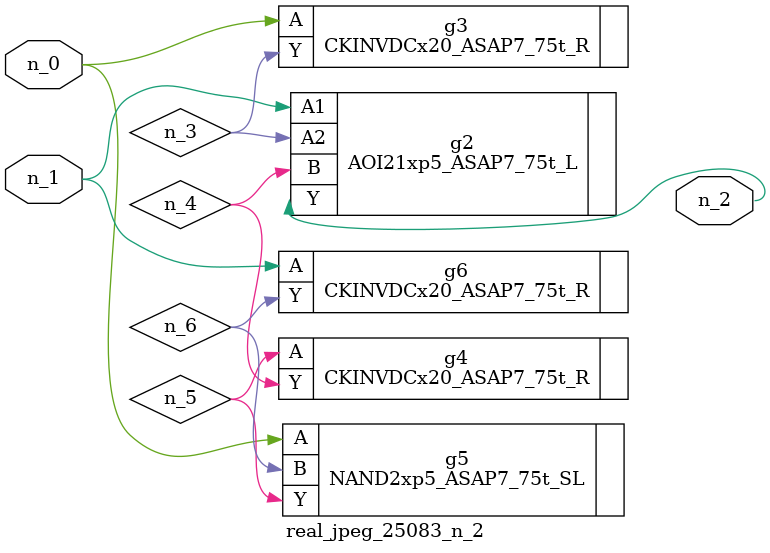
<source format=v>
module real_jpeg_25083_n_2 (n_1, n_0, n_2);

input n_1;
input n_0;

output n_2;

wire n_5;
wire n_4;
wire n_6;
wire n_3;

CKINVDCx20_ASAP7_75t_R g3 ( 
.A(n_0),
.Y(n_3)
);

NAND2xp5_ASAP7_75t_SL g5 ( 
.A(n_0),
.B(n_6),
.Y(n_5)
);

AOI21xp5_ASAP7_75t_L g2 ( 
.A1(n_1),
.A2(n_3),
.B(n_4),
.Y(n_2)
);

CKINVDCx20_ASAP7_75t_R g6 ( 
.A(n_1),
.Y(n_6)
);

CKINVDCx20_ASAP7_75t_R g4 ( 
.A(n_5),
.Y(n_4)
);


endmodule
</source>
